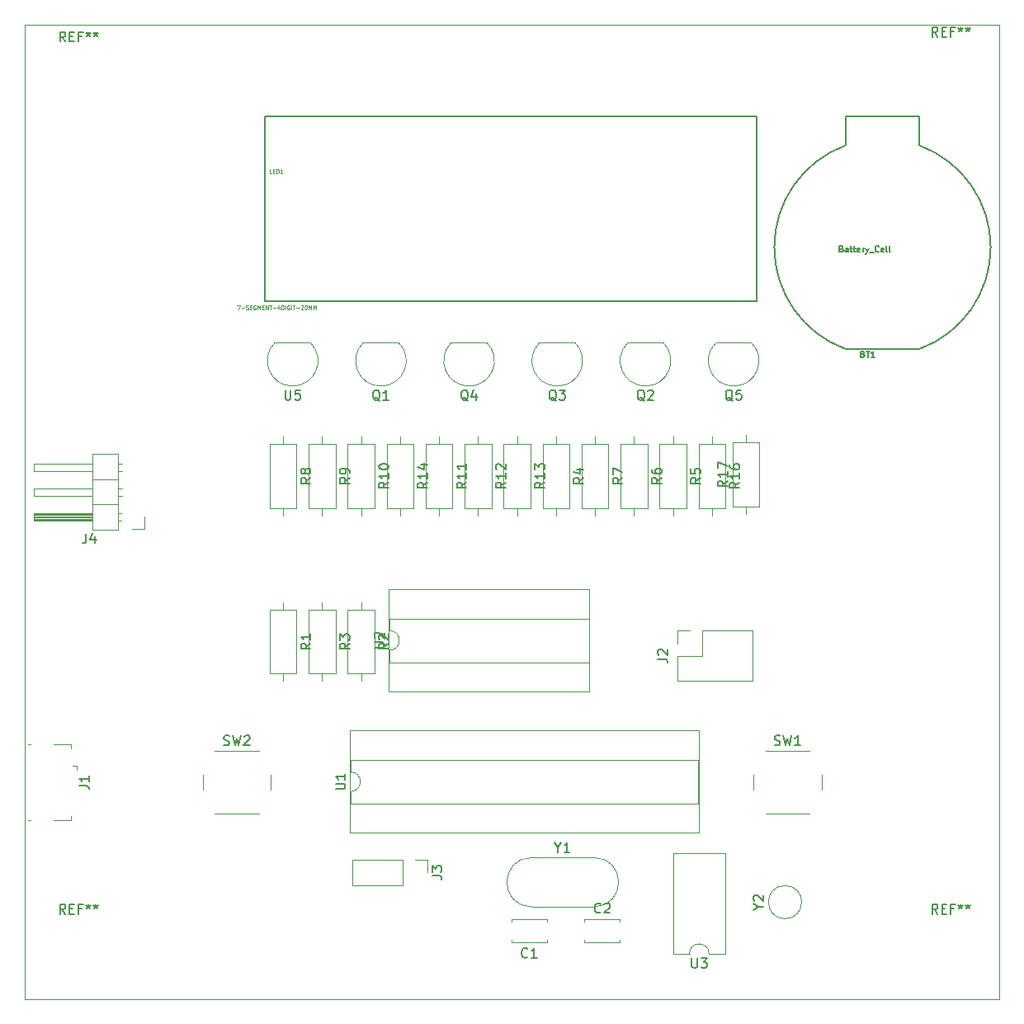
<source format=gbr>
G04 #@! TF.GenerationSoftware,KiCad,Pcbnew,5.1.6-c6e7f7d~87~ubuntu18.04.1*
G04 #@! TF.CreationDate,2020-10-04T00:16:17+02:00*
G04 #@! TF.ProjectId,PicoThermo,5069636f-5468-4657-926d-6f2e6b696361,rev?*
G04 #@! TF.SameCoordinates,Original*
G04 #@! TF.FileFunction,Legend,Top*
G04 #@! TF.FilePolarity,Positive*
%FSLAX46Y46*%
G04 Gerber Fmt 4.6, Leading zero omitted, Abs format (unit mm)*
G04 Created by KiCad (PCBNEW 5.1.6-c6e7f7d~87~ubuntu18.04.1) date 2020-10-04 00:16:17*
%MOMM*%
%LPD*%
G01*
G04 APERTURE LIST*
G04 #@! TA.AperFunction,Profile*
%ADD10C,0.100000*%
G04 #@! TD*
%ADD11C,0.120000*%
%ADD12C,0.127000*%
%ADD13C,0.203200*%
%ADD14C,0.150000*%
%ADD15C,0.025400*%
G04 APERTURE END LIST*
D10*
X95000000Y-125000000D02*
X95000000Y-25000000D01*
X195000000Y-125000000D02*
X95000000Y-125000000D01*
X195000000Y-25000000D02*
X195000000Y-125000000D01*
X95000000Y-25000000D02*
X195000000Y-25000000D01*
D11*
G04 #@! TO.C,Y2*
X173000000Y-113350000D02*
G75*
G02*
X173000000Y-116750000I0J-1700000D01*
G01*
X173000000Y-113350000D02*
G75*
G03*
X173000000Y-116750000I0J-1700000D01*
G01*
G04 #@! TO.C,Y1*
X146990000Y-115525000D02*
X153390000Y-115525000D01*
X146990000Y-110475000D02*
X153390000Y-110475000D01*
X153390000Y-115525000D02*
G75*
G03*
X153390000Y-110475000I0J2525000D01*
G01*
X146990000Y-115525000D02*
G75*
G02*
X146990000Y-110475000I0J2525000D01*
G01*
G04 #@! TO.C,U5*
X124280000Y-57650000D02*
X120680000Y-57650000D01*
X120641522Y-57661522D02*
G75*
G03*
X122480000Y-62100000I1838478J-1838478D01*
G01*
X124318478Y-57661522D02*
G75*
G02*
X122480000Y-62100000I-1838478J-1838478D01*
G01*
G04 #@! TO.C,U3*
X161540000Y-120330000D02*
X163190000Y-120330000D01*
X161540000Y-110050000D02*
X161540000Y-120330000D01*
X166840000Y-110050000D02*
X161540000Y-110050000D01*
X166840000Y-120330000D02*
X166840000Y-110050000D01*
X165190000Y-120330000D02*
X166840000Y-120330000D01*
X163190000Y-120330000D02*
G75*
G02*
X165190000Y-120330000I1000000J0D01*
G01*
G04 #@! TO.C,U2*
X132360000Y-82940000D02*
X132360000Y-93440000D01*
X152920000Y-82940000D02*
X132360000Y-82940000D01*
X152920000Y-93440000D02*
X152920000Y-82940000D01*
X132360000Y-93440000D02*
X152920000Y-93440000D01*
X132420000Y-85940000D02*
X132420000Y-87190000D01*
X152860000Y-85940000D02*
X132420000Y-85940000D01*
X152860000Y-90440000D02*
X152860000Y-85940000D01*
X132420000Y-90440000D02*
X152860000Y-90440000D01*
X132420000Y-89190000D02*
X132420000Y-90440000D01*
X132420000Y-87190000D02*
G75*
G02*
X132420000Y-89190000I0J-1000000D01*
G01*
G04 #@! TO.C,U1*
X128360000Y-97440000D02*
X128360000Y-107940000D01*
X164160000Y-97440000D02*
X128360000Y-97440000D01*
X164160000Y-107940000D02*
X164160000Y-97440000D01*
X128360000Y-107940000D02*
X164160000Y-107940000D01*
X128420000Y-100440000D02*
X128420000Y-101690000D01*
X164100000Y-100440000D02*
X128420000Y-100440000D01*
X164100000Y-104940000D02*
X164100000Y-100440000D01*
X128420000Y-104940000D02*
X164100000Y-104940000D01*
X128420000Y-103690000D02*
X128420000Y-104940000D01*
X128420000Y-101690000D02*
G75*
G02*
X128420000Y-103690000I0J-1000000D01*
G01*
G04 #@! TO.C,SW2*
X120250000Y-103500000D02*
X120250000Y-102000000D01*
X119000000Y-99500000D02*
X114500000Y-99500000D01*
X113250000Y-102000000D02*
X113250000Y-103500000D01*
X114500000Y-106000000D02*
X119000000Y-106000000D01*
G04 #@! TO.C,SW1*
X176750000Y-103500000D02*
X176750000Y-102000000D01*
X175500000Y-99500000D02*
X171000000Y-99500000D01*
X169750000Y-102000000D02*
X169750000Y-103500000D01*
X171000000Y-106000000D02*
X175500000Y-106000000D01*
G04 #@! TO.C,R14*
X133500000Y-75370000D02*
X133500000Y-74600000D01*
X133500000Y-67290000D02*
X133500000Y-68060000D01*
X134870000Y-74600000D02*
X134870000Y-68060000D01*
X132130000Y-74600000D02*
X134870000Y-74600000D01*
X132130000Y-68060000D02*
X132130000Y-74600000D01*
X134870000Y-68060000D02*
X132130000Y-68060000D01*
G04 #@! TO.C,R13*
X145500000Y-75370000D02*
X145500000Y-74600000D01*
X145500000Y-67290000D02*
X145500000Y-68060000D01*
X146870000Y-74600000D02*
X146870000Y-68060000D01*
X144130000Y-74600000D02*
X146870000Y-74600000D01*
X144130000Y-68060000D02*
X144130000Y-74600000D01*
X146870000Y-68060000D02*
X144130000Y-68060000D01*
G04 #@! TO.C,R12*
X141500000Y-75370000D02*
X141500000Y-74600000D01*
X141500000Y-67290000D02*
X141500000Y-68060000D01*
X142870000Y-74600000D02*
X142870000Y-68060000D01*
X140130000Y-74600000D02*
X142870000Y-74600000D01*
X140130000Y-68060000D02*
X140130000Y-74600000D01*
X142870000Y-68060000D02*
X140130000Y-68060000D01*
G04 #@! TO.C,R11*
X137500000Y-75370000D02*
X137500000Y-74600000D01*
X137500000Y-67290000D02*
X137500000Y-68060000D01*
X138870000Y-74600000D02*
X138870000Y-68060000D01*
X136130000Y-74600000D02*
X138870000Y-74600000D01*
X136130000Y-68060000D02*
X136130000Y-74600000D01*
X138870000Y-68060000D02*
X136130000Y-68060000D01*
G04 #@! TO.C,R10*
X129500000Y-75370000D02*
X129500000Y-74600000D01*
X129500000Y-67290000D02*
X129500000Y-68060000D01*
X130870000Y-74600000D02*
X130870000Y-68060000D01*
X128130000Y-74600000D02*
X130870000Y-74600000D01*
X128130000Y-68060000D02*
X128130000Y-74600000D01*
X130870000Y-68060000D02*
X128130000Y-68060000D01*
G04 #@! TO.C,R9*
X125500000Y-75370000D02*
X125500000Y-74600000D01*
X125500000Y-67290000D02*
X125500000Y-68060000D01*
X126870000Y-74600000D02*
X126870000Y-68060000D01*
X124130000Y-74600000D02*
X126870000Y-74600000D01*
X124130000Y-68060000D02*
X124130000Y-74600000D01*
X126870000Y-68060000D02*
X124130000Y-68060000D01*
G04 #@! TO.C,R8*
X121500000Y-75370000D02*
X121500000Y-74600000D01*
X121500000Y-67290000D02*
X121500000Y-68060000D01*
X122870000Y-74600000D02*
X122870000Y-68060000D01*
X120130000Y-74600000D02*
X122870000Y-74600000D01*
X120130000Y-68060000D02*
X120130000Y-74600000D01*
X122870000Y-68060000D02*
X120130000Y-68060000D01*
G04 #@! TO.C,R3*
X125500000Y-92370000D02*
X125500000Y-91600000D01*
X125500000Y-84290000D02*
X125500000Y-85060000D01*
X126870000Y-91600000D02*
X126870000Y-85060000D01*
X124130000Y-91600000D02*
X126870000Y-91600000D01*
X124130000Y-85060000D02*
X124130000Y-91600000D01*
X126870000Y-85060000D02*
X124130000Y-85060000D01*
G04 #@! TO.C,R2*
X129500000Y-92370000D02*
X129500000Y-91600000D01*
X129500000Y-84290000D02*
X129500000Y-85060000D01*
X130870000Y-91600000D02*
X130870000Y-85060000D01*
X128130000Y-91600000D02*
X130870000Y-91600000D01*
X128130000Y-85060000D02*
X128130000Y-91600000D01*
X130870000Y-85060000D02*
X128130000Y-85060000D01*
D12*
G04 #@! TO.C,LED1*
X170050000Y-34400000D02*
X170050000Y-53396520D01*
X119661140Y-53398260D02*
X170050000Y-53396520D01*
X119661140Y-34400000D02*
X170050000Y-34400000D01*
X119661140Y-34400000D02*
X119661140Y-53398260D01*
D11*
G04 #@! TO.C,J4*
X107270000Y-76770000D02*
X106000000Y-76770000D01*
X107270000Y-75500000D02*
X107270000Y-76770000D01*
X104957071Y-70040000D02*
X104560000Y-70040000D01*
X104957071Y-70800000D02*
X104560000Y-70800000D01*
X95900000Y-70040000D02*
X101900000Y-70040000D01*
X95900000Y-70800000D02*
X95900000Y-70040000D01*
X101900000Y-70800000D02*
X95900000Y-70800000D01*
X104560000Y-71690000D02*
X101900000Y-71690000D01*
X104957071Y-72580000D02*
X104560000Y-72580000D01*
X104957071Y-73340000D02*
X104560000Y-73340000D01*
X95900000Y-72580000D02*
X101900000Y-72580000D01*
X95900000Y-73340000D02*
X95900000Y-72580000D01*
X101900000Y-73340000D02*
X95900000Y-73340000D01*
X104560000Y-74230000D02*
X101900000Y-74230000D01*
X104890000Y-75120000D02*
X104560000Y-75120000D01*
X104890000Y-75880000D02*
X104560000Y-75880000D01*
X101900000Y-75220000D02*
X95900000Y-75220000D01*
X101900000Y-75340000D02*
X95900000Y-75340000D01*
X101900000Y-75460000D02*
X95900000Y-75460000D01*
X101900000Y-75580000D02*
X95900000Y-75580000D01*
X101900000Y-75700000D02*
X95900000Y-75700000D01*
X101900000Y-75820000D02*
X95900000Y-75820000D01*
X95900000Y-75120000D02*
X101900000Y-75120000D01*
X95900000Y-75880000D02*
X95900000Y-75120000D01*
X101900000Y-75880000D02*
X95900000Y-75880000D01*
X101900000Y-76830000D02*
X104560000Y-76830000D01*
X101900000Y-69090000D02*
X101900000Y-76830000D01*
X104560000Y-69090000D02*
X101900000Y-69090000D01*
X104560000Y-76830000D02*
X104560000Y-69090000D01*
G04 #@! TO.C,J3*
X136330000Y-110670000D02*
X136330000Y-112000000D01*
X135000000Y-110670000D02*
X136330000Y-110670000D01*
X133730000Y-110670000D02*
X133730000Y-113330000D01*
X133730000Y-113330000D02*
X128590000Y-113330000D01*
X133730000Y-110670000D02*
X128590000Y-110670000D01*
X128590000Y-110670000D02*
X128590000Y-113330000D01*
G04 #@! TO.C,J2*
X161920000Y-88500000D02*
X161920000Y-87170000D01*
X161920000Y-87170000D02*
X163250000Y-87170000D01*
X161920000Y-89770000D02*
X164520000Y-89770000D01*
X164520000Y-89770000D02*
X164520000Y-87170000D01*
X164520000Y-87170000D02*
X169660000Y-87170000D01*
X169660000Y-92370000D02*
X169660000Y-87170000D01*
X161920000Y-92370000D02*
X169660000Y-92370000D01*
X161920000Y-92370000D02*
X161920000Y-89770000D01*
G04 #@! TO.C,J1*
X100312500Y-101050000D02*
X99862500Y-101050000D01*
X100312500Y-101050000D02*
X100312500Y-101500000D01*
X99762500Y-106650000D02*
X99762500Y-106200000D01*
X97912500Y-106650000D02*
X99762500Y-106650000D01*
X95362500Y-98850000D02*
X95612500Y-98850000D01*
X95362500Y-106650000D02*
X95612500Y-106650000D01*
X97912500Y-98850000D02*
X99762500Y-98850000D01*
X99762500Y-98850000D02*
X99762500Y-99300000D01*
G04 #@! TO.C,C2*
X156070000Y-118925000D02*
X156070000Y-119170000D01*
X156070000Y-116830000D02*
X156070000Y-117075000D01*
X152430000Y-118925000D02*
X152430000Y-119170000D01*
X152430000Y-116830000D02*
X152430000Y-117075000D01*
X152430000Y-119170000D02*
X156070000Y-119170000D01*
X152430000Y-116830000D02*
X156070000Y-116830000D01*
G04 #@! TO.C,C1*
X144930000Y-117075000D02*
X144930000Y-116830000D01*
X144930000Y-119170000D02*
X144930000Y-118925000D01*
X148570000Y-117075000D02*
X148570000Y-116830000D01*
X148570000Y-119170000D02*
X148570000Y-118925000D01*
X148570000Y-116830000D02*
X144930000Y-116830000D01*
X148570000Y-119170000D02*
X144930000Y-119170000D01*
D13*
G04 #@! TO.C,BT1*
X179200160Y-58288460D02*
X186799840Y-58288460D01*
X186799840Y-34430240D02*
X186799840Y-37412200D01*
X179200160Y-34430240D02*
X186799840Y-34430240D01*
X179200160Y-37412200D02*
X179200160Y-34430240D01*
X186811848Y-58281525D02*
G75*
G03*
X186799840Y-37412200I-3824548J10432465D01*
G01*
X179186512Y-37414655D02*
G75*
G03*
X179200160Y-58288460I3826188J-10434405D01*
G01*
D11*
G04 #@! TO.C,R17*
X167630000Y-74440000D02*
X170370000Y-74440000D01*
X170370000Y-74440000D02*
X170370000Y-67900000D01*
X170370000Y-67900000D02*
X167630000Y-67900000D01*
X167630000Y-67900000D02*
X167630000Y-74440000D01*
X169000000Y-75210000D02*
X169000000Y-74440000D01*
X169000000Y-67130000D02*
X169000000Y-67900000D01*
G04 #@! TO.C,R16*
X166870000Y-68060000D02*
X164130000Y-68060000D01*
X164130000Y-68060000D02*
X164130000Y-74600000D01*
X164130000Y-74600000D02*
X166870000Y-74600000D01*
X166870000Y-74600000D02*
X166870000Y-68060000D01*
X165500000Y-67290000D02*
X165500000Y-68060000D01*
X165500000Y-75370000D02*
X165500000Y-74600000D01*
G04 #@! TO.C,R7*
X154870000Y-68060000D02*
X152130000Y-68060000D01*
X152130000Y-68060000D02*
X152130000Y-74600000D01*
X152130000Y-74600000D02*
X154870000Y-74600000D01*
X154870000Y-74600000D02*
X154870000Y-68060000D01*
X153500000Y-67290000D02*
X153500000Y-68060000D01*
X153500000Y-75370000D02*
X153500000Y-74600000D01*
G04 #@! TO.C,R6*
X158870000Y-68060000D02*
X156130000Y-68060000D01*
X156130000Y-68060000D02*
X156130000Y-74600000D01*
X156130000Y-74600000D02*
X158870000Y-74600000D01*
X158870000Y-74600000D02*
X158870000Y-68060000D01*
X157500000Y-67290000D02*
X157500000Y-68060000D01*
X157500000Y-75370000D02*
X157500000Y-74600000D01*
G04 #@! TO.C,R5*
X162870000Y-68060000D02*
X160130000Y-68060000D01*
X160130000Y-68060000D02*
X160130000Y-74600000D01*
X160130000Y-74600000D02*
X162870000Y-74600000D01*
X162870000Y-74600000D02*
X162870000Y-68060000D01*
X161500000Y-67290000D02*
X161500000Y-68060000D01*
X161500000Y-75370000D02*
X161500000Y-74600000D01*
G04 #@! TO.C,R4*
X150870000Y-68060000D02*
X148130000Y-68060000D01*
X148130000Y-68060000D02*
X148130000Y-74600000D01*
X148130000Y-74600000D02*
X150870000Y-74600000D01*
X150870000Y-74600000D02*
X150870000Y-68060000D01*
X149500000Y-67290000D02*
X149500000Y-68060000D01*
X149500000Y-75370000D02*
X149500000Y-74600000D01*
G04 #@! TO.C,R1*
X122870000Y-85060000D02*
X120130000Y-85060000D01*
X120130000Y-85060000D02*
X120130000Y-91600000D01*
X120130000Y-91600000D02*
X122870000Y-91600000D01*
X122870000Y-91600000D02*
X122870000Y-85060000D01*
X121500000Y-84290000D02*
X121500000Y-85060000D01*
X121500000Y-92370000D02*
X121500000Y-91600000D01*
G04 #@! TO.C,Q5*
X169530000Y-57650000D02*
X165930000Y-57650000D01*
X165891522Y-57661522D02*
G75*
G03*
X167730000Y-62100000I1838478J-1838478D01*
G01*
X169568478Y-57661522D02*
G75*
G02*
X167730000Y-62100000I-1838478J-1838478D01*
G01*
G04 #@! TO.C,Q4*
X142380000Y-57650000D02*
X138780000Y-57650000D01*
X138741522Y-57661522D02*
G75*
G03*
X140580000Y-62100000I1838478J-1838478D01*
G01*
X142418478Y-57661522D02*
G75*
G02*
X140580000Y-62100000I-1838478J-1838478D01*
G01*
G04 #@! TO.C,Q3*
X151430000Y-57650000D02*
X147830000Y-57650000D01*
X147791522Y-57661522D02*
G75*
G03*
X149630000Y-62100000I1838478J-1838478D01*
G01*
X151468478Y-57661522D02*
G75*
G02*
X149630000Y-62100000I-1838478J-1838478D01*
G01*
G04 #@! TO.C,Q2*
X160480000Y-57650000D02*
X156880000Y-57650000D01*
X156841522Y-57661522D02*
G75*
G03*
X158680000Y-62100000I1838478J-1838478D01*
G01*
X160518478Y-57661522D02*
G75*
G02*
X158680000Y-62100000I-1838478J-1838478D01*
G01*
G04 #@! TO.C,Q1*
X133330000Y-57650000D02*
X129730000Y-57650000D01*
X129691522Y-57661522D02*
G75*
G03*
X131530000Y-62100000I1838478J-1838478D01*
G01*
X133368478Y-57661522D02*
G75*
G02*
X131530000Y-62100000I-1838478J-1838478D01*
G01*
G04 #@! TD*
G04 #@! TO.C,REF\u002A\u002A*
D14*
X99166666Y-116252380D02*
X98833333Y-115776190D01*
X98595238Y-116252380D02*
X98595238Y-115252380D01*
X98976190Y-115252380D01*
X99071428Y-115300000D01*
X99119047Y-115347619D01*
X99166666Y-115442857D01*
X99166666Y-115585714D01*
X99119047Y-115680952D01*
X99071428Y-115728571D01*
X98976190Y-115776190D01*
X98595238Y-115776190D01*
X99595238Y-115728571D02*
X99928571Y-115728571D01*
X100071428Y-116252380D02*
X99595238Y-116252380D01*
X99595238Y-115252380D01*
X100071428Y-115252380D01*
X100833333Y-115728571D02*
X100500000Y-115728571D01*
X100500000Y-116252380D02*
X100500000Y-115252380D01*
X100976190Y-115252380D01*
X101500000Y-115252380D02*
X101500000Y-115490476D01*
X101261904Y-115395238D02*
X101500000Y-115490476D01*
X101738095Y-115395238D01*
X101357142Y-115680952D02*
X101500000Y-115490476D01*
X101642857Y-115680952D01*
X102261904Y-115252380D02*
X102261904Y-115490476D01*
X102023809Y-115395238D02*
X102261904Y-115490476D01*
X102500000Y-115395238D01*
X102119047Y-115680952D02*
X102261904Y-115490476D01*
X102404761Y-115680952D01*
X188666666Y-116252380D02*
X188333333Y-115776190D01*
X188095238Y-116252380D02*
X188095238Y-115252380D01*
X188476190Y-115252380D01*
X188571428Y-115300000D01*
X188619047Y-115347619D01*
X188666666Y-115442857D01*
X188666666Y-115585714D01*
X188619047Y-115680952D01*
X188571428Y-115728571D01*
X188476190Y-115776190D01*
X188095238Y-115776190D01*
X189095238Y-115728571D02*
X189428571Y-115728571D01*
X189571428Y-116252380D02*
X189095238Y-116252380D01*
X189095238Y-115252380D01*
X189571428Y-115252380D01*
X190333333Y-115728571D02*
X190000000Y-115728571D01*
X190000000Y-116252380D02*
X190000000Y-115252380D01*
X190476190Y-115252380D01*
X191000000Y-115252380D02*
X191000000Y-115490476D01*
X190761904Y-115395238D02*
X191000000Y-115490476D01*
X191238095Y-115395238D01*
X190857142Y-115680952D02*
X191000000Y-115490476D01*
X191142857Y-115680952D01*
X191761904Y-115252380D02*
X191761904Y-115490476D01*
X191523809Y-115395238D02*
X191761904Y-115490476D01*
X192000000Y-115395238D01*
X191619047Y-115680952D02*
X191761904Y-115490476D01*
X191904761Y-115680952D01*
X188666666Y-26252380D02*
X188333333Y-25776190D01*
X188095238Y-26252380D02*
X188095238Y-25252380D01*
X188476190Y-25252380D01*
X188571428Y-25300000D01*
X188619047Y-25347619D01*
X188666666Y-25442857D01*
X188666666Y-25585714D01*
X188619047Y-25680952D01*
X188571428Y-25728571D01*
X188476190Y-25776190D01*
X188095238Y-25776190D01*
X189095238Y-25728571D02*
X189428571Y-25728571D01*
X189571428Y-26252380D02*
X189095238Y-26252380D01*
X189095238Y-25252380D01*
X189571428Y-25252380D01*
X190333333Y-25728571D02*
X190000000Y-25728571D01*
X190000000Y-26252380D02*
X190000000Y-25252380D01*
X190476190Y-25252380D01*
X191000000Y-25252380D02*
X191000000Y-25490476D01*
X190761904Y-25395238D02*
X191000000Y-25490476D01*
X191238095Y-25395238D01*
X190857142Y-25680952D02*
X191000000Y-25490476D01*
X191142857Y-25680952D01*
X191761904Y-25252380D02*
X191761904Y-25490476D01*
X191523809Y-25395238D02*
X191761904Y-25490476D01*
X192000000Y-25395238D01*
X191619047Y-25680952D02*
X191761904Y-25490476D01*
X191904761Y-25680952D01*
X99166666Y-26752380D02*
X98833333Y-26276190D01*
X98595238Y-26752380D02*
X98595238Y-25752380D01*
X98976190Y-25752380D01*
X99071428Y-25800000D01*
X99119047Y-25847619D01*
X99166666Y-25942857D01*
X99166666Y-26085714D01*
X99119047Y-26180952D01*
X99071428Y-26228571D01*
X98976190Y-26276190D01*
X98595238Y-26276190D01*
X99595238Y-26228571D02*
X99928571Y-26228571D01*
X100071428Y-26752380D02*
X99595238Y-26752380D01*
X99595238Y-25752380D01*
X100071428Y-25752380D01*
X100833333Y-26228571D02*
X100500000Y-26228571D01*
X100500000Y-26752380D02*
X100500000Y-25752380D01*
X100976190Y-25752380D01*
X101500000Y-25752380D02*
X101500000Y-25990476D01*
X101261904Y-25895238D02*
X101500000Y-25990476D01*
X101738095Y-25895238D01*
X101357142Y-26180952D02*
X101500000Y-25990476D01*
X101642857Y-26180952D01*
X102261904Y-25752380D02*
X102261904Y-25990476D01*
X102023809Y-25895238D02*
X102261904Y-25990476D01*
X102500000Y-25895238D01*
X102119047Y-26180952D02*
X102261904Y-25990476D01*
X102404761Y-26180952D01*
G04 #@! TO.C,Y2*
X170276190Y-115526190D02*
X170752380Y-115526190D01*
X169752380Y-115859523D02*
X170276190Y-115526190D01*
X169752380Y-115192857D01*
X169847619Y-114907142D02*
X169800000Y-114859523D01*
X169752380Y-114764285D01*
X169752380Y-114526190D01*
X169800000Y-114430952D01*
X169847619Y-114383333D01*
X169942857Y-114335714D01*
X170038095Y-114335714D01*
X170180952Y-114383333D01*
X170752380Y-114954761D01*
X170752380Y-114335714D01*
G04 #@! TO.C,Y1*
X149713809Y-109451190D02*
X149713809Y-109927380D01*
X149380476Y-108927380D02*
X149713809Y-109451190D01*
X150047142Y-108927380D01*
X150904285Y-109927380D02*
X150332857Y-109927380D01*
X150618571Y-109927380D02*
X150618571Y-108927380D01*
X150523333Y-109070238D01*
X150428095Y-109165476D01*
X150332857Y-109213095D01*
G04 #@! TO.C,U5*
X121718095Y-62512380D02*
X121718095Y-63321904D01*
X121765714Y-63417142D01*
X121813333Y-63464761D01*
X121908571Y-63512380D01*
X122099047Y-63512380D01*
X122194285Y-63464761D01*
X122241904Y-63417142D01*
X122289523Y-63321904D01*
X122289523Y-62512380D01*
X123241904Y-62512380D02*
X122765714Y-62512380D01*
X122718095Y-62988571D01*
X122765714Y-62940952D01*
X122860952Y-62893333D01*
X123099047Y-62893333D01*
X123194285Y-62940952D01*
X123241904Y-62988571D01*
X123289523Y-63083809D01*
X123289523Y-63321904D01*
X123241904Y-63417142D01*
X123194285Y-63464761D01*
X123099047Y-63512380D01*
X122860952Y-63512380D01*
X122765714Y-63464761D01*
X122718095Y-63417142D01*
G04 #@! TO.C,U3*
X163428095Y-120782380D02*
X163428095Y-121591904D01*
X163475714Y-121687142D01*
X163523333Y-121734761D01*
X163618571Y-121782380D01*
X163809047Y-121782380D01*
X163904285Y-121734761D01*
X163951904Y-121687142D01*
X163999523Y-121591904D01*
X163999523Y-120782380D01*
X164380476Y-120782380D02*
X164999523Y-120782380D01*
X164666190Y-121163333D01*
X164809047Y-121163333D01*
X164904285Y-121210952D01*
X164951904Y-121258571D01*
X164999523Y-121353809D01*
X164999523Y-121591904D01*
X164951904Y-121687142D01*
X164904285Y-121734761D01*
X164809047Y-121782380D01*
X164523333Y-121782380D01*
X164428095Y-121734761D01*
X164380476Y-121687142D01*
G04 #@! TO.C,U2*
X130872380Y-88951904D02*
X131681904Y-88951904D01*
X131777142Y-88904285D01*
X131824761Y-88856666D01*
X131872380Y-88761428D01*
X131872380Y-88570952D01*
X131824761Y-88475714D01*
X131777142Y-88428095D01*
X131681904Y-88380476D01*
X130872380Y-88380476D01*
X130967619Y-87951904D02*
X130920000Y-87904285D01*
X130872380Y-87809047D01*
X130872380Y-87570952D01*
X130920000Y-87475714D01*
X130967619Y-87428095D01*
X131062857Y-87380476D01*
X131158095Y-87380476D01*
X131300952Y-87428095D01*
X131872380Y-87999523D01*
X131872380Y-87380476D01*
G04 #@! TO.C,U1*
X126872380Y-103451904D02*
X127681904Y-103451904D01*
X127777142Y-103404285D01*
X127824761Y-103356666D01*
X127872380Y-103261428D01*
X127872380Y-103070952D01*
X127824761Y-102975714D01*
X127777142Y-102928095D01*
X127681904Y-102880476D01*
X126872380Y-102880476D01*
X127872380Y-101880476D02*
X127872380Y-102451904D01*
X127872380Y-102166190D02*
X126872380Y-102166190D01*
X127015238Y-102261428D01*
X127110476Y-102356666D01*
X127158095Y-102451904D01*
G04 #@! TO.C,SW2*
X115416666Y-98904761D02*
X115559523Y-98952380D01*
X115797619Y-98952380D01*
X115892857Y-98904761D01*
X115940476Y-98857142D01*
X115988095Y-98761904D01*
X115988095Y-98666666D01*
X115940476Y-98571428D01*
X115892857Y-98523809D01*
X115797619Y-98476190D01*
X115607142Y-98428571D01*
X115511904Y-98380952D01*
X115464285Y-98333333D01*
X115416666Y-98238095D01*
X115416666Y-98142857D01*
X115464285Y-98047619D01*
X115511904Y-98000000D01*
X115607142Y-97952380D01*
X115845238Y-97952380D01*
X115988095Y-98000000D01*
X116321428Y-97952380D02*
X116559523Y-98952380D01*
X116750000Y-98238095D01*
X116940476Y-98952380D01*
X117178571Y-97952380D01*
X117511904Y-98047619D02*
X117559523Y-98000000D01*
X117654761Y-97952380D01*
X117892857Y-97952380D01*
X117988095Y-98000000D01*
X118035714Y-98047619D01*
X118083333Y-98142857D01*
X118083333Y-98238095D01*
X118035714Y-98380952D01*
X117464285Y-98952380D01*
X118083333Y-98952380D01*
G04 #@! TO.C,SW1*
X171916666Y-98904761D02*
X172059523Y-98952380D01*
X172297619Y-98952380D01*
X172392857Y-98904761D01*
X172440476Y-98857142D01*
X172488095Y-98761904D01*
X172488095Y-98666666D01*
X172440476Y-98571428D01*
X172392857Y-98523809D01*
X172297619Y-98476190D01*
X172107142Y-98428571D01*
X172011904Y-98380952D01*
X171964285Y-98333333D01*
X171916666Y-98238095D01*
X171916666Y-98142857D01*
X171964285Y-98047619D01*
X172011904Y-98000000D01*
X172107142Y-97952380D01*
X172345238Y-97952380D01*
X172488095Y-98000000D01*
X172821428Y-97952380D02*
X173059523Y-98952380D01*
X173250000Y-98238095D01*
X173440476Y-98952380D01*
X173678571Y-97952380D01*
X174583333Y-98952380D02*
X174011904Y-98952380D01*
X174297619Y-98952380D02*
X174297619Y-97952380D01*
X174202380Y-98095238D01*
X174107142Y-98190476D01*
X174011904Y-98238095D01*
G04 #@! TO.C,R14*
X136322380Y-71972857D02*
X135846190Y-72306190D01*
X136322380Y-72544285D02*
X135322380Y-72544285D01*
X135322380Y-72163333D01*
X135370000Y-72068095D01*
X135417619Y-72020476D01*
X135512857Y-71972857D01*
X135655714Y-71972857D01*
X135750952Y-72020476D01*
X135798571Y-72068095D01*
X135846190Y-72163333D01*
X135846190Y-72544285D01*
X136322380Y-71020476D02*
X136322380Y-71591904D01*
X136322380Y-71306190D02*
X135322380Y-71306190D01*
X135465238Y-71401428D01*
X135560476Y-71496666D01*
X135608095Y-71591904D01*
X135655714Y-70163333D02*
X136322380Y-70163333D01*
X135274761Y-70401428D02*
X135989047Y-70639523D01*
X135989047Y-70020476D01*
G04 #@! TO.C,R13*
X148322380Y-71972857D02*
X147846190Y-72306190D01*
X148322380Y-72544285D02*
X147322380Y-72544285D01*
X147322380Y-72163333D01*
X147370000Y-72068095D01*
X147417619Y-72020476D01*
X147512857Y-71972857D01*
X147655714Y-71972857D01*
X147750952Y-72020476D01*
X147798571Y-72068095D01*
X147846190Y-72163333D01*
X147846190Y-72544285D01*
X148322380Y-71020476D02*
X148322380Y-71591904D01*
X148322380Y-71306190D02*
X147322380Y-71306190D01*
X147465238Y-71401428D01*
X147560476Y-71496666D01*
X147608095Y-71591904D01*
X147322380Y-70687142D02*
X147322380Y-70068095D01*
X147703333Y-70401428D01*
X147703333Y-70258571D01*
X147750952Y-70163333D01*
X147798571Y-70115714D01*
X147893809Y-70068095D01*
X148131904Y-70068095D01*
X148227142Y-70115714D01*
X148274761Y-70163333D01*
X148322380Y-70258571D01*
X148322380Y-70544285D01*
X148274761Y-70639523D01*
X148227142Y-70687142D01*
G04 #@! TO.C,R12*
X144322380Y-71972857D02*
X143846190Y-72306190D01*
X144322380Y-72544285D02*
X143322380Y-72544285D01*
X143322380Y-72163333D01*
X143370000Y-72068095D01*
X143417619Y-72020476D01*
X143512857Y-71972857D01*
X143655714Y-71972857D01*
X143750952Y-72020476D01*
X143798571Y-72068095D01*
X143846190Y-72163333D01*
X143846190Y-72544285D01*
X144322380Y-71020476D02*
X144322380Y-71591904D01*
X144322380Y-71306190D02*
X143322380Y-71306190D01*
X143465238Y-71401428D01*
X143560476Y-71496666D01*
X143608095Y-71591904D01*
X143417619Y-70639523D02*
X143370000Y-70591904D01*
X143322380Y-70496666D01*
X143322380Y-70258571D01*
X143370000Y-70163333D01*
X143417619Y-70115714D01*
X143512857Y-70068095D01*
X143608095Y-70068095D01*
X143750952Y-70115714D01*
X144322380Y-70687142D01*
X144322380Y-70068095D01*
G04 #@! TO.C,R11*
X140322380Y-71972857D02*
X139846190Y-72306190D01*
X140322380Y-72544285D02*
X139322380Y-72544285D01*
X139322380Y-72163333D01*
X139370000Y-72068095D01*
X139417619Y-72020476D01*
X139512857Y-71972857D01*
X139655714Y-71972857D01*
X139750952Y-72020476D01*
X139798571Y-72068095D01*
X139846190Y-72163333D01*
X139846190Y-72544285D01*
X140322380Y-71020476D02*
X140322380Y-71591904D01*
X140322380Y-71306190D02*
X139322380Y-71306190D01*
X139465238Y-71401428D01*
X139560476Y-71496666D01*
X139608095Y-71591904D01*
X140322380Y-70068095D02*
X140322380Y-70639523D01*
X140322380Y-70353809D02*
X139322380Y-70353809D01*
X139465238Y-70449047D01*
X139560476Y-70544285D01*
X139608095Y-70639523D01*
G04 #@! TO.C,R10*
X132322380Y-71972857D02*
X131846190Y-72306190D01*
X132322380Y-72544285D02*
X131322380Y-72544285D01*
X131322380Y-72163333D01*
X131370000Y-72068095D01*
X131417619Y-72020476D01*
X131512857Y-71972857D01*
X131655714Y-71972857D01*
X131750952Y-72020476D01*
X131798571Y-72068095D01*
X131846190Y-72163333D01*
X131846190Y-72544285D01*
X132322380Y-71020476D02*
X132322380Y-71591904D01*
X132322380Y-71306190D02*
X131322380Y-71306190D01*
X131465238Y-71401428D01*
X131560476Y-71496666D01*
X131608095Y-71591904D01*
X131322380Y-70401428D02*
X131322380Y-70306190D01*
X131370000Y-70210952D01*
X131417619Y-70163333D01*
X131512857Y-70115714D01*
X131703333Y-70068095D01*
X131941428Y-70068095D01*
X132131904Y-70115714D01*
X132227142Y-70163333D01*
X132274761Y-70210952D01*
X132322380Y-70306190D01*
X132322380Y-70401428D01*
X132274761Y-70496666D01*
X132227142Y-70544285D01*
X132131904Y-70591904D01*
X131941428Y-70639523D01*
X131703333Y-70639523D01*
X131512857Y-70591904D01*
X131417619Y-70544285D01*
X131370000Y-70496666D01*
X131322380Y-70401428D01*
G04 #@! TO.C,R9*
X128322380Y-71496666D02*
X127846190Y-71830000D01*
X128322380Y-72068095D02*
X127322380Y-72068095D01*
X127322380Y-71687142D01*
X127370000Y-71591904D01*
X127417619Y-71544285D01*
X127512857Y-71496666D01*
X127655714Y-71496666D01*
X127750952Y-71544285D01*
X127798571Y-71591904D01*
X127846190Y-71687142D01*
X127846190Y-72068095D01*
X128322380Y-71020476D02*
X128322380Y-70830000D01*
X128274761Y-70734761D01*
X128227142Y-70687142D01*
X128084285Y-70591904D01*
X127893809Y-70544285D01*
X127512857Y-70544285D01*
X127417619Y-70591904D01*
X127370000Y-70639523D01*
X127322380Y-70734761D01*
X127322380Y-70925238D01*
X127370000Y-71020476D01*
X127417619Y-71068095D01*
X127512857Y-71115714D01*
X127750952Y-71115714D01*
X127846190Y-71068095D01*
X127893809Y-71020476D01*
X127941428Y-70925238D01*
X127941428Y-70734761D01*
X127893809Y-70639523D01*
X127846190Y-70591904D01*
X127750952Y-70544285D01*
G04 #@! TO.C,R8*
X124322380Y-71496666D02*
X123846190Y-71830000D01*
X124322380Y-72068095D02*
X123322380Y-72068095D01*
X123322380Y-71687142D01*
X123370000Y-71591904D01*
X123417619Y-71544285D01*
X123512857Y-71496666D01*
X123655714Y-71496666D01*
X123750952Y-71544285D01*
X123798571Y-71591904D01*
X123846190Y-71687142D01*
X123846190Y-72068095D01*
X123750952Y-70925238D02*
X123703333Y-71020476D01*
X123655714Y-71068095D01*
X123560476Y-71115714D01*
X123512857Y-71115714D01*
X123417619Y-71068095D01*
X123370000Y-71020476D01*
X123322380Y-70925238D01*
X123322380Y-70734761D01*
X123370000Y-70639523D01*
X123417619Y-70591904D01*
X123512857Y-70544285D01*
X123560476Y-70544285D01*
X123655714Y-70591904D01*
X123703333Y-70639523D01*
X123750952Y-70734761D01*
X123750952Y-70925238D01*
X123798571Y-71020476D01*
X123846190Y-71068095D01*
X123941428Y-71115714D01*
X124131904Y-71115714D01*
X124227142Y-71068095D01*
X124274761Y-71020476D01*
X124322380Y-70925238D01*
X124322380Y-70734761D01*
X124274761Y-70639523D01*
X124227142Y-70591904D01*
X124131904Y-70544285D01*
X123941428Y-70544285D01*
X123846190Y-70591904D01*
X123798571Y-70639523D01*
X123750952Y-70734761D01*
G04 #@! TO.C,R3*
X128322380Y-88496666D02*
X127846190Y-88830000D01*
X128322380Y-89068095D02*
X127322380Y-89068095D01*
X127322380Y-88687142D01*
X127370000Y-88591904D01*
X127417619Y-88544285D01*
X127512857Y-88496666D01*
X127655714Y-88496666D01*
X127750952Y-88544285D01*
X127798571Y-88591904D01*
X127846190Y-88687142D01*
X127846190Y-89068095D01*
X127322380Y-88163333D02*
X127322380Y-87544285D01*
X127703333Y-87877619D01*
X127703333Y-87734761D01*
X127750952Y-87639523D01*
X127798571Y-87591904D01*
X127893809Y-87544285D01*
X128131904Y-87544285D01*
X128227142Y-87591904D01*
X128274761Y-87639523D01*
X128322380Y-87734761D01*
X128322380Y-88020476D01*
X128274761Y-88115714D01*
X128227142Y-88163333D01*
G04 #@! TO.C,R2*
X132322380Y-88496666D02*
X131846190Y-88830000D01*
X132322380Y-89068095D02*
X131322380Y-89068095D01*
X131322380Y-88687142D01*
X131370000Y-88591904D01*
X131417619Y-88544285D01*
X131512857Y-88496666D01*
X131655714Y-88496666D01*
X131750952Y-88544285D01*
X131798571Y-88591904D01*
X131846190Y-88687142D01*
X131846190Y-89068095D01*
X131417619Y-88115714D02*
X131370000Y-88068095D01*
X131322380Y-87972857D01*
X131322380Y-87734761D01*
X131370000Y-87639523D01*
X131417619Y-87591904D01*
X131512857Y-87544285D01*
X131608095Y-87544285D01*
X131750952Y-87591904D01*
X132322380Y-88163333D01*
X132322380Y-87544285D01*
G04 #@! TO.C,LED1*
D15*
X120311259Y-40236947D02*
X120117735Y-40236947D01*
X120117735Y-39830547D01*
X120446725Y-40024071D02*
X120582192Y-40024071D01*
X120640249Y-40236947D02*
X120446725Y-40236947D01*
X120446725Y-39830547D01*
X120640249Y-39830547D01*
X120814420Y-40236947D02*
X120814420Y-39830547D01*
X120911182Y-39830547D01*
X120969240Y-39849900D01*
X121007944Y-39888604D01*
X121027297Y-39927309D01*
X121046649Y-40004719D01*
X121046649Y-40062776D01*
X121027297Y-40140185D01*
X121007944Y-40178890D01*
X120969240Y-40217595D01*
X120911182Y-40236947D01*
X120814420Y-40236947D01*
X121433697Y-40236947D02*
X121201468Y-40236947D01*
X121317582Y-40236947D02*
X121317582Y-39830547D01*
X121278878Y-39888604D01*
X121240173Y-39927309D01*
X121201468Y-39946661D01*
X116787916Y-53810707D02*
X117058849Y-53810707D01*
X116884678Y-54217107D01*
X117213668Y-54062288D02*
X117523306Y-54062288D01*
X117697478Y-54197755D02*
X117755535Y-54217107D01*
X117852297Y-54217107D01*
X117891001Y-54197755D01*
X117910354Y-54178402D01*
X117929706Y-54139698D01*
X117929706Y-54100993D01*
X117910354Y-54062288D01*
X117891001Y-54042936D01*
X117852297Y-54023583D01*
X117774887Y-54004231D01*
X117736182Y-53984879D01*
X117716830Y-53965526D01*
X117697478Y-53926821D01*
X117697478Y-53888117D01*
X117716830Y-53849412D01*
X117736182Y-53830060D01*
X117774887Y-53810707D01*
X117871649Y-53810707D01*
X117929706Y-53830060D01*
X118103878Y-54004231D02*
X118239344Y-54004231D01*
X118297401Y-54217107D02*
X118103878Y-54217107D01*
X118103878Y-53810707D01*
X118297401Y-53810707D01*
X118684449Y-53830060D02*
X118645744Y-53810707D01*
X118587687Y-53810707D01*
X118529630Y-53830060D01*
X118490925Y-53868764D01*
X118471573Y-53907469D01*
X118452220Y-53984879D01*
X118452220Y-54042936D01*
X118471573Y-54120345D01*
X118490925Y-54159050D01*
X118529630Y-54197755D01*
X118587687Y-54217107D01*
X118626392Y-54217107D01*
X118684449Y-54197755D01*
X118703801Y-54178402D01*
X118703801Y-54042936D01*
X118626392Y-54042936D01*
X118877973Y-54217107D02*
X118877973Y-53810707D01*
X119013440Y-54100993D01*
X119148906Y-53810707D01*
X119148906Y-54217107D01*
X119342430Y-54004231D02*
X119477897Y-54004231D01*
X119535954Y-54217107D02*
X119342430Y-54217107D01*
X119342430Y-53810707D01*
X119535954Y-53810707D01*
X119710125Y-54217107D02*
X119710125Y-53810707D01*
X119942354Y-54217107D01*
X119942354Y-53810707D01*
X120077820Y-53810707D02*
X120310049Y-53810707D01*
X120193935Y-54217107D02*
X120193935Y-53810707D01*
X120445516Y-54062288D02*
X120755154Y-54062288D01*
X121122849Y-53946174D02*
X121122849Y-54217107D01*
X121026087Y-53791355D02*
X120929325Y-54081640D01*
X121180906Y-54081640D01*
X121335725Y-54217107D02*
X121335725Y-53810707D01*
X121432487Y-53810707D01*
X121490544Y-53830060D01*
X121529249Y-53868764D01*
X121548601Y-53907469D01*
X121567954Y-53984879D01*
X121567954Y-54042936D01*
X121548601Y-54120345D01*
X121529249Y-54159050D01*
X121490544Y-54197755D01*
X121432487Y-54217107D01*
X121335725Y-54217107D01*
X121742125Y-54217107D02*
X121742125Y-53810707D01*
X122148525Y-53830060D02*
X122109820Y-53810707D01*
X122051763Y-53810707D01*
X121993706Y-53830060D01*
X121955001Y-53868764D01*
X121935649Y-53907469D01*
X121916297Y-53984879D01*
X121916297Y-54042936D01*
X121935649Y-54120345D01*
X121955001Y-54159050D01*
X121993706Y-54197755D01*
X122051763Y-54217107D01*
X122090468Y-54217107D01*
X122148525Y-54197755D01*
X122167878Y-54178402D01*
X122167878Y-54042936D01*
X122090468Y-54042936D01*
X122342049Y-54217107D02*
X122342049Y-53810707D01*
X122477516Y-53810707D02*
X122709744Y-53810707D01*
X122593630Y-54217107D02*
X122593630Y-53810707D01*
X122845211Y-54062288D02*
X123154849Y-54062288D01*
X123329020Y-53849412D02*
X123348373Y-53830060D01*
X123387078Y-53810707D01*
X123483840Y-53810707D01*
X123522544Y-53830060D01*
X123541897Y-53849412D01*
X123561249Y-53888117D01*
X123561249Y-53926821D01*
X123541897Y-53984879D01*
X123309668Y-54217107D01*
X123561249Y-54217107D01*
X123812830Y-53810707D02*
X123851535Y-53810707D01*
X123890240Y-53830060D01*
X123909592Y-53849412D01*
X123928944Y-53888117D01*
X123948297Y-53965526D01*
X123948297Y-54062288D01*
X123928944Y-54139698D01*
X123909592Y-54178402D01*
X123890240Y-54197755D01*
X123851535Y-54217107D01*
X123812830Y-54217107D01*
X123774125Y-54197755D01*
X123754773Y-54178402D01*
X123735420Y-54139698D01*
X123716068Y-54062288D01*
X123716068Y-53965526D01*
X123735420Y-53888117D01*
X123754773Y-53849412D01*
X123774125Y-53830060D01*
X123812830Y-53810707D01*
X124122468Y-54217107D02*
X124122468Y-53810707D01*
X124257935Y-54100993D01*
X124393401Y-53810707D01*
X124393401Y-54217107D01*
X124586925Y-54217107D02*
X124586925Y-53810707D01*
X124722392Y-54100993D01*
X124857859Y-53810707D01*
X124857859Y-54217107D01*
G04 #@! TO.C,J4*
D14*
X101281666Y-77222380D02*
X101281666Y-77936666D01*
X101234047Y-78079523D01*
X101138809Y-78174761D01*
X100995952Y-78222380D01*
X100900714Y-78222380D01*
X102186428Y-77555714D02*
X102186428Y-78222380D01*
X101948333Y-77174761D02*
X101710238Y-77889047D01*
X102329285Y-77889047D01*
G04 #@! TO.C,J3*
X136782380Y-112333333D02*
X137496666Y-112333333D01*
X137639523Y-112380952D01*
X137734761Y-112476190D01*
X137782380Y-112619047D01*
X137782380Y-112714285D01*
X136782380Y-111952380D02*
X136782380Y-111333333D01*
X137163333Y-111666666D01*
X137163333Y-111523809D01*
X137210952Y-111428571D01*
X137258571Y-111380952D01*
X137353809Y-111333333D01*
X137591904Y-111333333D01*
X137687142Y-111380952D01*
X137734761Y-111428571D01*
X137782380Y-111523809D01*
X137782380Y-111809523D01*
X137734761Y-111904761D01*
X137687142Y-111952380D01*
G04 #@! TO.C,J2*
X159932380Y-90103333D02*
X160646666Y-90103333D01*
X160789523Y-90150952D01*
X160884761Y-90246190D01*
X160932380Y-90389047D01*
X160932380Y-90484285D01*
X160027619Y-89674761D02*
X159980000Y-89627142D01*
X159932380Y-89531904D01*
X159932380Y-89293809D01*
X159980000Y-89198571D01*
X160027619Y-89150952D01*
X160122857Y-89103333D01*
X160218095Y-89103333D01*
X160360952Y-89150952D01*
X160932380Y-89722380D01*
X160932380Y-89103333D01*
G04 #@! TO.C,J1*
X100564880Y-103083333D02*
X101279166Y-103083333D01*
X101422023Y-103130952D01*
X101517261Y-103226190D01*
X101564880Y-103369047D01*
X101564880Y-103464285D01*
X101564880Y-102083333D02*
X101564880Y-102654761D01*
X101564880Y-102369047D02*
X100564880Y-102369047D01*
X100707738Y-102464285D01*
X100802976Y-102559523D01*
X100850595Y-102654761D01*
G04 #@! TO.C,C2*
X154083333Y-116057142D02*
X154035714Y-116104761D01*
X153892857Y-116152380D01*
X153797619Y-116152380D01*
X153654761Y-116104761D01*
X153559523Y-116009523D01*
X153511904Y-115914285D01*
X153464285Y-115723809D01*
X153464285Y-115580952D01*
X153511904Y-115390476D01*
X153559523Y-115295238D01*
X153654761Y-115200000D01*
X153797619Y-115152380D01*
X153892857Y-115152380D01*
X154035714Y-115200000D01*
X154083333Y-115247619D01*
X154464285Y-115247619D02*
X154511904Y-115200000D01*
X154607142Y-115152380D01*
X154845238Y-115152380D01*
X154940476Y-115200000D01*
X154988095Y-115247619D01*
X155035714Y-115342857D01*
X155035714Y-115438095D01*
X154988095Y-115580952D01*
X154416666Y-116152380D01*
X155035714Y-116152380D01*
G04 #@! TO.C,C1*
X146583333Y-120657142D02*
X146535714Y-120704761D01*
X146392857Y-120752380D01*
X146297619Y-120752380D01*
X146154761Y-120704761D01*
X146059523Y-120609523D01*
X146011904Y-120514285D01*
X145964285Y-120323809D01*
X145964285Y-120180952D01*
X146011904Y-119990476D01*
X146059523Y-119895238D01*
X146154761Y-119800000D01*
X146297619Y-119752380D01*
X146392857Y-119752380D01*
X146535714Y-119800000D01*
X146583333Y-119847619D01*
X147535714Y-120752380D02*
X146964285Y-120752380D01*
X147250000Y-120752380D02*
X147250000Y-119752380D01*
X147154761Y-119895238D01*
X147059523Y-119990476D01*
X146964285Y-120038095D01*
G04 #@! TO.C,BT1*
D12*
X180997028Y-58806257D02*
X181084114Y-58835285D01*
X181113142Y-58864314D01*
X181142171Y-58922371D01*
X181142171Y-59009457D01*
X181113142Y-59067514D01*
X181084114Y-59096542D01*
X181026057Y-59125571D01*
X180793828Y-59125571D01*
X180793828Y-58515971D01*
X180997028Y-58515971D01*
X181055085Y-58545000D01*
X181084114Y-58574028D01*
X181113142Y-58632085D01*
X181113142Y-58690142D01*
X181084114Y-58748200D01*
X181055085Y-58777228D01*
X180997028Y-58806257D01*
X180793828Y-58806257D01*
X181316342Y-58515971D02*
X181664685Y-58515971D01*
X181490514Y-59125571D02*
X181490514Y-58515971D01*
X182187200Y-59125571D02*
X181838857Y-59125571D01*
X182013028Y-59125571D02*
X182013028Y-58515971D01*
X181954971Y-58603057D01*
X181896914Y-58661114D01*
X181838857Y-58690142D01*
X178790857Y-48011257D02*
X178877942Y-48040285D01*
X178906971Y-48069314D01*
X178936000Y-48127371D01*
X178936000Y-48214457D01*
X178906971Y-48272514D01*
X178877942Y-48301542D01*
X178819885Y-48330571D01*
X178587657Y-48330571D01*
X178587657Y-47720971D01*
X178790857Y-47720971D01*
X178848914Y-47750000D01*
X178877942Y-47779028D01*
X178906971Y-47837085D01*
X178906971Y-47895142D01*
X178877942Y-47953200D01*
X178848914Y-47982228D01*
X178790857Y-48011257D01*
X178587657Y-48011257D01*
X179458514Y-48330571D02*
X179458514Y-48011257D01*
X179429485Y-47953200D01*
X179371428Y-47924171D01*
X179255314Y-47924171D01*
X179197257Y-47953200D01*
X179458514Y-48301542D02*
X179400457Y-48330571D01*
X179255314Y-48330571D01*
X179197257Y-48301542D01*
X179168228Y-48243485D01*
X179168228Y-48185428D01*
X179197257Y-48127371D01*
X179255314Y-48098342D01*
X179400457Y-48098342D01*
X179458514Y-48069314D01*
X179661714Y-47924171D02*
X179893942Y-47924171D01*
X179748800Y-47720971D02*
X179748800Y-48243485D01*
X179777828Y-48301542D01*
X179835885Y-48330571D01*
X179893942Y-48330571D01*
X180010057Y-47924171D02*
X180242285Y-47924171D01*
X180097142Y-47720971D02*
X180097142Y-48243485D01*
X180126171Y-48301542D01*
X180184228Y-48330571D01*
X180242285Y-48330571D01*
X180677714Y-48301542D02*
X180619657Y-48330571D01*
X180503542Y-48330571D01*
X180445485Y-48301542D01*
X180416457Y-48243485D01*
X180416457Y-48011257D01*
X180445485Y-47953200D01*
X180503542Y-47924171D01*
X180619657Y-47924171D01*
X180677714Y-47953200D01*
X180706742Y-48011257D01*
X180706742Y-48069314D01*
X180416457Y-48127371D01*
X180968000Y-48330571D02*
X180968000Y-47924171D01*
X180968000Y-48040285D02*
X180997028Y-47982228D01*
X181026057Y-47953200D01*
X181084114Y-47924171D01*
X181142171Y-47924171D01*
X181287314Y-47924171D02*
X181432457Y-48330571D01*
X181577600Y-47924171D02*
X181432457Y-48330571D01*
X181374400Y-48475714D01*
X181345371Y-48504742D01*
X181287314Y-48533771D01*
X181664685Y-48388628D02*
X182129142Y-48388628D01*
X182622628Y-48272514D02*
X182593600Y-48301542D01*
X182506514Y-48330571D01*
X182448457Y-48330571D01*
X182361371Y-48301542D01*
X182303314Y-48243485D01*
X182274285Y-48185428D01*
X182245257Y-48069314D01*
X182245257Y-47982228D01*
X182274285Y-47866114D01*
X182303314Y-47808057D01*
X182361371Y-47750000D01*
X182448457Y-47720971D01*
X182506514Y-47720971D01*
X182593600Y-47750000D01*
X182622628Y-47779028D01*
X183116114Y-48301542D02*
X183058057Y-48330571D01*
X182941942Y-48330571D01*
X182883885Y-48301542D01*
X182854857Y-48243485D01*
X182854857Y-48011257D01*
X182883885Y-47953200D01*
X182941942Y-47924171D01*
X183058057Y-47924171D01*
X183116114Y-47953200D01*
X183145142Y-48011257D01*
X183145142Y-48069314D01*
X182854857Y-48127371D01*
X183493485Y-48330571D02*
X183435428Y-48301542D01*
X183406400Y-48243485D01*
X183406400Y-47720971D01*
X183812800Y-48330571D02*
X183754742Y-48301542D01*
X183725714Y-48243485D01*
X183725714Y-47720971D01*
G04 #@! TO.C,R17*
D14*
X167082380Y-71812857D02*
X166606190Y-72146190D01*
X167082380Y-72384285D02*
X166082380Y-72384285D01*
X166082380Y-72003333D01*
X166130000Y-71908095D01*
X166177619Y-71860476D01*
X166272857Y-71812857D01*
X166415714Y-71812857D01*
X166510952Y-71860476D01*
X166558571Y-71908095D01*
X166606190Y-72003333D01*
X166606190Y-72384285D01*
X167082380Y-70860476D02*
X167082380Y-71431904D01*
X167082380Y-71146190D02*
X166082380Y-71146190D01*
X166225238Y-71241428D01*
X166320476Y-71336666D01*
X166368095Y-71431904D01*
X166082380Y-70527142D02*
X166082380Y-69860476D01*
X167082380Y-70289047D01*
G04 #@! TO.C,R16*
X168322380Y-71972857D02*
X167846190Y-72306190D01*
X168322380Y-72544285D02*
X167322380Y-72544285D01*
X167322380Y-72163333D01*
X167370000Y-72068095D01*
X167417619Y-72020476D01*
X167512857Y-71972857D01*
X167655714Y-71972857D01*
X167750952Y-72020476D01*
X167798571Y-72068095D01*
X167846190Y-72163333D01*
X167846190Y-72544285D01*
X168322380Y-71020476D02*
X168322380Y-71591904D01*
X168322380Y-71306190D02*
X167322380Y-71306190D01*
X167465238Y-71401428D01*
X167560476Y-71496666D01*
X167608095Y-71591904D01*
X167322380Y-70163333D02*
X167322380Y-70353809D01*
X167370000Y-70449047D01*
X167417619Y-70496666D01*
X167560476Y-70591904D01*
X167750952Y-70639523D01*
X168131904Y-70639523D01*
X168227142Y-70591904D01*
X168274761Y-70544285D01*
X168322380Y-70449047D01*
X168322380Y-70258571D01*
X168274761Y-70163333D01*
X168227142Y-70115714D01*
X168131904Y-70068095D01*
X167893809Y-70068095D01*
X167798571Y-70115714D01*
X167750952Y-70163333D01*
X167703333Y-70258571D01*
X167703333Y-70449047D01*
X167750952Y-70544285D01*
X167798571Y-70591904D01*
X167893809Y-70639523D01*
G04 #@! TO.C,R7*
X156322380Y-71496666D02*
X155846190Y-71830000D01*
X156322380Y-72068095D02*
X155322380Y-72068095D01*
X155322380Y-71687142D01*
X155370000Y-71591904D01*
X155417619Y-71544285D01*
X155512857Y-71496666D01*
X155655714Y-71496666D01*
X155750952Y-71544285D01*
X155798571Y-71591904D01*
X155846190Y-71687142D01*
X155846190Y-72068095D01*
X155322380Y-71163333D02*
X155322380Y-70496666D01*
X156322380Y-70925238D01*
G04 #@! TO.C,R6*
X160322380Y-71496666D02*
X159846190Y-71830000D01*
X160322380Y-72068095D02*
X159322380Y-72068095D01*
X159322380Y-71687142D01*
X159370000Y-71591904D01*
X159417619Y-71544285D01*
X159512857Y-71496666D01*
X159655714Y-71496666D01*
X159750952Y-71544285D01*
X159798571Y-71591904D01*
X159846190Y-71687142D01*
X159846190Y-72068095D01*
X159322380Y-70639523D02*
X159322380Y-70830000D01*
X159370000Y-70925238D01*
X159417619Y-70972857D01*
X159560476Y-71068095D01*
X159750952Y-71115714D01*
X160131904Y-71115714D01*
X160227142Y-71068095D01*
X160274761Y-71020476D01*
X160322380Y-70925238D01*
X160322380Y-70734761D01*
X160274761Y-70639523D01*
X160227142Y-70591904D01*
X160131904Y-70544285D01*
X159893809Y-70544285D01*
X159798571Y-70591904D01*
X159750952Y-70639523D01*
X159703333Y-70734761D01*
X159703333Y-70925238D01*
X159750952Y-71020476D01*
X159798571Y-71068095D01*
X159893809Y-71115714D01*
G04 #@! TO.C,R5*
X164322380Y-71496666D02*
X163846190Y-71830000D01*
X164322380Y-72068095D02*
X163322380Y-72068095D01*
X163322380Y-71687142D01*
X163370000Y-71591904D01*
X163417619Y-71544285D01*
X163512857Y-71496666D01*
X163655714Y-71496666D01*
X163750952Y-71544285D01*
X163798571Y-71591904D01*
X163846190Y-71687142D01*
X163846190Y-72068095D01*
X163322380Y-70591904D02*
X163322380Y-71068095D01*
X163798571Y-71115714D01*
X163750952Y-71068095D01*
X163703333Y-70972857D01*
X163703333Y-70734761D01*
X163750952Y-70639523D01*
X163798571Y-70591904D01*
X163893809Y-70544285D01*
X164131904Y-70544285D01*
X164227142Y-70591904D01*
X164274761Y-70639523D01*
X164322380Y-70734761D01*
X164322380Y-70972857D01*
X164274761Y-71068095D01*
X164227142Y-71115714D01*
G04 #@! TO.C,R4*
X152322380Y-71496666D02*
X151846190Y-71830000D01*
X152322380Y-72068095D02*
X151322380Y-72068095D01*
X151322380Y-71687142D01*
X151370000Y-71591904D01*
X151417619Y-71544285D01*
X151512857Y-71496666D01*
X151655714Y-71496666D01*
X151750952Y-71544285D01*
X151798571Y-71591904D01*
X151846190Y-71687142D01*
X151846190Y-72068095D01*
X151655714Y-70639523D02*
X152322380Y-70639523D01*
X151274761Y-70877619D02*
X151989047Y-71115714D01*
X151989047Y-70496666D01*
G04 #@! TO.C,R1*
X124322380Y-88496666D02*
X123846190Y-88830000D01*
X124322380Y-89068095D02*
X123322380Y-89068095D01*
X123322380Y-88687142D01*
X123370000Y-88591904D01*
X123417619Y-88544285D01*
X123512857Y-88496666D01*
X123655714Y-88496666D01*
X123750952Y-88544285D01*
X123798571Y-88591904D01*
X123846190Y-88687142D01*
X123846190Y-89068095D01*
X124322380Y-87544285D02*
X124322380Y-88115714D01*
X124322380Y-87830000D02*
X123322380Y-87830000D01*
X123465238Y-87925238D01*
X123560476Y-88020476D01*
X123608095Y-88115714D01*
G04 #@! TO.C,Q5*
X167634761Y-63607619D02*
X167539523Y-63560000D01*
X167444285Y-63464761D01*
X167301428Y-63321904D01*
X167206190Y-63274285D01*
X167110952Y-63274285D01*
X167158571Y-63512380D02*
X167063333Y-63464761D01*
X166968095Y-63369523D01*
X166920476Y-63179047D01*
X166920476Y-62845714D01*
X166968095Y-62655238D01*
X167063333Y-62560000D01*
X167158571Y-62512380D01*
X167349047Y-62512380D01*
X167444285Y-62560000D01*
X167539523Y-62655238D01*
X167587142Y-62845714D01*
X167587142Y-63179047D01*
X167539523Y-63369523D01*
X167444285Y-63464761D01*
X167349047Y-63512380D01*
X167158571Y-63512380D01*
X168491904Y-62512380D02*
X168015714Y-62512380D01*
X167968095Y-62988571D01*
X168015714Y-62940952D01*
X168110952Y-62893333D01*
X168349047Y-62893333D01*
X168444285Y-62940952D01*
X168491904Y-62988571D01*
X168539523Y-63083809D01*
X168539523Y-63321904D01*
X168491904Y-63417142D01*
X168444285Y-63464761D01*
X168349047Y-63512380D01*
X168110952Y-63512380D01*
X168015714Y-63464761D01*
X167968095Y-63417142D01*
G04 #@! TO.C,Q4*
X140484761Y-63607619D02*
X140389523Y-63560000D01*
X140294285Y-63464761D01*
X140151428Y-63321904D01*
X140056190Y-63274285D01*
X139960952Y-63274285D01*
X140008571Y-63512380D02*
X139913333Y-63464761D01*
X139818095Y-63369523D01*
X139770476Y-63179047D01*
X139770476Y-62845714D01*
X139818095Y-62655238D01*
X139913333Y-62560000D01*
X140008571Y-62512380D01*
X140199047Y-62512380D01*
X140294285Y-62560000D01*
X140389523Y-62655238D01*
X140437142Y-62845714D01*
X140437142Y-63179047D01*
X140389523Y-63369523D01*
X140294285Y-63464761D01*
X140199047Y-63512380D01*
X140008571Y-63512380D01*
X141294285Y-62845714D02*
X141294285Y-63512380D01*
X141056190Y-62464761D02*
X140818095Y-63179047D01*
X141437142Y-63179047D01*
G04 #@! TO.C,Q3*
X149534761Y-63607619D02*
X149439523Y-63560000D01*
X149344285Y-63464761D01*
X149201428Y-63321904D01*
X149106190Y-63274285D01*
X149010952Y-63274285D01*
X149058571Y-63512380D02*
X148963333Y-63464761D01*
X148868095Y-63369523D01*
X148820476Y-63179047D01*
X148820476Y-62845714D01*
X148868095Y-62655238D01*
X148963333Y-62560000D01*
X149058571Y-62512380D01*
X149249047Y-62512380D01*
X149344285Y-62560000D01*
X149439523Y-62655238D01*
X149487142Y-62845714D01*
X149487142Y-63179047D01*
X149439523Y-63369523D01*
X149344285Y-63464761D01*
X149249047Y-63512380D01*
X149058571Y-63512380D01*
X149820476Y-62512380D02*
X150439523Y-62512380D01*
X150106190Y-62893333D01*
X150249047Y-62893333D01*
X150344285Y-62940952D01*
X150391904Y-62988571D01*
X150439523Y-63083809D01*
X150439523Y-63321904D01*
X150391904Y-63417142D01*
X150344285Y-63464761D01*
X150249047Y-63512380D01*
X149963333Y-63512380D01*
X149868095Y-63464761D01*
X149820476Y-63417142D01*
G04 #@! TO.C,Q2*
X158584761Y-63607619D02*
X158489523Y-63560000D01*
X158394285Y-63464761D01*
X158251428Y-63321904D01*
X158156190Y-63274285D01*
X158060952Y-63274285D01*
X158108571Y-63512380D02*
X158013333Y-63464761D01*
X157918095Y-63369523D01*
X157870476Y-63179047D01*
X157870476Y-62845714D01*
X157918095Y-62655238D01*
X158013333Y-62560000D01*
X158108571Y-62512380D01*
X158299047Y-62512380D01*
X158394285Y-62560000D01*
X158489523Y-62655238D01*
X158537142Y-62845714D01*
X158537142Y-63179047D01*
X158489523Y-63369523D01*
X158394285Y-63464761D01*
X158299047Y-63512380D01*
X158108571Y-63512380D01*
X158918095Y-62607619D02*
X158965714Y-62560000D01*
X159060952Y-62512380D01*
X159299047Y-62512380D01*
X159394285Y-62560000D01*
X159441904Y-62607619D01*
X159489523Y-62702857D01*
X159489523Y-62798095D01*
X159441904Y-62940952D01*
X158870476Y-63512380D01*
X159489523Y-63512380D01*
G04 #@! TO.C,Q1*
X131434761Y-63607619D02*
X131339523Y-63560000D01*
X131244285Y-63464761D01*
X131101428Y-63321904D01*
X131006190Y-63274285D01*
X130910952Y-63274285D01*
X130958571Y-63512380D02*
X130863333Y-63464761D01*
X130768095Y-63369523D01*
X130720476Y-63179047D01*
X130720476Y-62845714D01*
X130768095Y-62655238D01*
X130863333Y-62560000D01*
X130958571Y-62512380D01*
X131149047Y-62512380D01*
X131244285Y-62560000D01*
X131339523Y-62655238D01*
X131387142Y-62845714D01*
X131387142Y-63179047D01*
X131339523Y-63369523D01*
X131244285Y-63464761D01*
X131149047Y-63512380D01*
X130958571Y-63512380D01*
X132339523Y-63512380D02*
X131768095Y-63512380D01*
X132053809Y-63512380D02*
X132053809Y-62512380D01*
X131958571Y-62655238D01*
X131863333Y-62750476D01*
X131768095Y-62798095D01*
G04 #@! TD*
M02*

</source>
